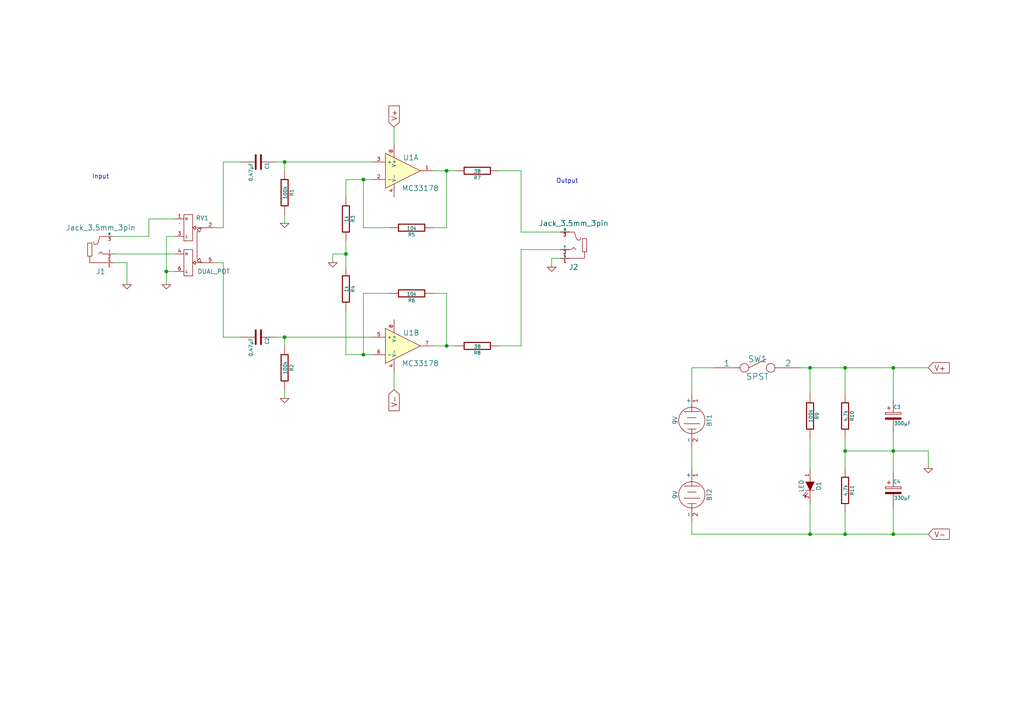
<source format=kicad_sch>
(kicad_sch (version 20211123) (generator eeschema)
  (paper "A4")
  (title_block (title "cmoy kicad layout by designer2k2") (date "Montag, 30. März 2015") (rev "0.1") (company "http://www.designer2k2.at"))
  (lib_symbols
    (symbol "d2k2_cmoy-rescue:BATTERY" (pin_names (offset 0))
      (property "Reference" "BT" (at 0 5.08 0))
      (property "Value" "BATTERY" (at 0 -4.826 0))
      (symbol "BATTERY_0_1"
        (polyline (pts (xy -2.54 0) (xy -3.81 0)))
        (polyline (pts (xy -2.54 2.286) (xy -2.54 -2.2606)) (stroke (width 0.1524)))
        (polyline (pts (xy -0.7874 1.27) (xy -0.7874 -1.27)) (stroke (width 0.1524)))
        (polyline (pts (xy 0.9906 2.286) (xy 0.9906 -2.2606)) (stroke (width 0.1524)))
        (polyline (pts (xy 2.54 0) (xy 3.81 0)))
        (polyline (pts (xy 2.54 1.27) (xy 2.54 -1.27)) (stroke (width 0.1524)))
        (circle (center 0 0) (radius 3.81) (stroke (width 0.1524)))
      )
      (symbol "BATTERY_1_1"
        (pin passive line (at -7.62 0 0) (length 3.81) (name "+") (number "1"))
        (pin passive line (at 7.62 0 180) (length 3.81) (name "-") (number "2"))
      )
    )
    (symbol "d2k2_cmoy-rescue:C" (pin_numbers hide) (pin_names (offset 0.254))
      (property "Reference" "C" (at 0 2.54 0))
      (property "Value" "C" (at 0.1524 -2.159 0))
      (symbol "C_0_1"
        (polyline (pts (xy -2.032 -0.762) (xy 2.032 -0.762)) (stroke (width 0.508)))
        (polyline (pts (xy -2.032 0.762) (xy 2.032 0.762)) (stroke (width 0.508)))
      )
      (symbol "C_1_1"
        (pin passive line (at 0 5.08 270) (length 4.318) (name "~") (number "1"))
        (pin passive line (at 0 -5.08 90) (length 4.318) (name "~") (number "2"))
      )
    )
    (symbol "d2k2_cmoy-rescue:CP2" (pin_numbers hide) (pin_names (offset 0.254))
      (property "Reference" "C" (at 0 2.54 0))
      (property "Value" "CP2" (at 0.1524 -2.159 0))
      (symbol "CP2_0_1"
        (rectangle (start -2.286 0.508) (end -2.286 1.016))
        (rectangle (start -2.286 0.508) (end 2.286 0.508))
        (rectangle (start -1.778 2.286) (end -0.762 2.286))
        (rectangle (start -1.27 1.778) (end -1.27 2.794))
        (rectangle (start 2.286 -0.508) (end -2.286 -1.016) (fill (type outline)))
        (rectangle (start 2.286 1.016) (end -2.286 1.016))
        (rectangle (start 2.286 1.016) (end 2.286 0.508))
      )
      (symbol "CP2_1_1"
        (pin passive line (at 0 5.08 270) (length 4.064) (name "~") (number "1"))
        (pin passive line (at 0 -5.08 90) (length 4.064) (name "~") (number "2"))
      )
    )
    (symbol "d2k2_cmoy-rescue:DUAL_POT" (pin_names (offset 1.016) hide)
      (property "Reference" "RV" (at 4.064 7.874 0))
      (property "Value" "DUAL_POT" (at 7.366 -7.62 0))
      (symbol "DUAL_POT_0_0"
        (text "H" (at -0.508 -2.54 0) (effects (font (size 0.762 0.762))))
        (text "H" (at -0.508 7.62 0) (effects (font (size 0.762 0.762))))
        (text "L" (at -0.508 -7.62 0) (effects (font (size 0.762 0.762))))
        (text "L" (at -0.508 2.54 0) (effects (font (size 0.762 0.762))))
      )
      (symbol "DUAL_POT_0_1"
        (rectangle (start -2.54 6.35) (end -2.54 6.35))
        (rectangle (start -2.54 6.35) (end -2.54 6.35))
        (rectangle (start -2.54 6.35) (end -2.54 6.35))
        (rectangle (start -2.54 6.35) (end -2.54 6.35))
        (rectangle (start -1.27 -1.27) (end 1.27 -8.89))
        (rectangle (start -1.27 8.89) (end 1.27 1.27))
        (polyline (pts (xy 5.08 5.08) (xy 2.032 5.08) (xy 2.032 5.08) (xy 2.032 5.08)))
        (polyline (pts (xy 2.032 -5.588) (xy 2.032 -4.572) (xy 1.27 -5.08) (xy 2.032 -5.588) (xy 2.032 -5.588)))
        (polyline (pts (xy 3.81 -5.08) (xy 2.54 -4.572) (xy 3.302 -3.81) (xy 3.81 -5.08) (xy 3.81 -5.08)))
        (polyline (pts (xy 5.08 -5.08) (xy 2.032 -5.08) (xy 2.032 -5.08) (xy 2.032 -5.08) (xy 2.032 -5.08)))
        (polyline (pts (xy 2.032 4.572) (xy 2.032 5.588) (xy 1.27 5.08) (xy 2.032 4.572) (xy 2.032 4.572) (xy 2.032 4.572)))
        (polyline (pts (xy 2.794 4.064) (xy 2.54 3.81) (xy 2.54 -3.81) (xy 2.794 -4.064) (xy 2.794 -4.064) (xy 2.794 -4.064)))
        (polyline (pts (xy 3.81 5.08) (xy 2.54 4.572) (xy 3.302 3.81) (xy 3.81 5.08) (xy 3.81 5.08) (xy 3.81 5.08)))
      )
      (symbol "DUAL_POT_1_1"
        (pin passive line (at -3.81 7.62 0) (length 2.54) (name "1") (number "1"))
        (pin passive line (at 7.62 5.08 180) (length 2.54) (name "2") (number "2"))
        (pin passive line (at -3.81 2.54 0) (length 2.54) (name "3") (number "3"))
        (pin passive line (at -3.81 -2.54 0) (length 2.54) (name "~") (number "4"))
        (pin passive line (at 7.62 -5.08 180) (length 2.54) (name "~") (number "5"))
        (pin passive line (at -3.81 -7.62 0) (length 2.54) (name "~") (number "6"))
      )
    )
    (symbol "d2k2_cmoy-rescue:GND" (power) (pin_names (offset 0))
      (symbol "GND_0_1"
        (polyline (pts (xy -1.27 0) (xy 0 -1.27) (xy 1.27 0) (xy -1.27 0)))
      )
      (symbol "GND_1_1"
        (pin power_in line (at 0 0 90) (length 0) hide (name "GND") (number "1"))
      )
    )
    (symbol "d2k2_cmoy-rescue:Jack_3.5mm_3pin" (pin_names (offset 0))
      (property "Reference" "J" (at 0 6.35 0))
      (property "Value" "Jack_3.5mm_3pin" (at 0 -6.35 0))
      (symbol "Jack_3.5mm_3pin_0_1"
        (polyline (pts (xy -1.27 3.81) (xy 3.175 3.81) (xy 3.175 1.905)))
        (polyline (pts (xy 0.762 -2.032) (xy 0.254 -3.81) (xy -1.27 -3.81)))
        (polyline (pts (xy -1.27 1.27) (xy -0.635 1.27) (xy 0 0.635) (xy 0.635 1.27)))
        (arc (start 1.778 -1.524) (mid 1.1479 -1.5338) (end 0.762 -2.032))
        (arc (start 2.032 -2.286) (mid 1.9875 -1.8775) (end 1.778 -1.524))
        (rectangle (start 2.54 1.905) (end 3.81 -1.905))
      )
      (symbol "Jack_3.5mm_3pin_1_1"
        (pin passive line (at -3.81 3.81 0) (length 2.54) (name "S") (number "1"))
        (pin passive line (at -3.81 1.27 0) (length 2.54) (name "T") (number "2"))
        (pin passive line (at -3.81 -3.81 0) (length 2.54) (name "R") (number "3"))
      )
    )
    (symbol "d2k2_cmoy-rescue:LED" (pin_names (offset 1.016) hide)
      (property "Reference" "D" (at 0 2.54 0))
      (property "Value" "LED" (at 0 -2.54 0))
      (symbol "LED_0_1"
        (polyline (pts (xy 1.27 1.27) (xy 1.27 -1.27)))
        (polyline (pts (xy -1.27 1.27) (xy 1.27 0) (xy -1.27 -1.27)) (fill (type outline)))
        (polyline (pts (xy 1.651 -1.016) (xy 2.794 -2.032) (xy 2.667 -1.397)))
        (polyline (pts (xy 2.032 -0.635) (xy 3.175 -1.651) (xy 3.048 -1.016)))
      )
      (symbol "LED_1_1"
        (pin passive line (at -5.08 0 0) (length 3.81) (name "A") (number "1"))
        (pin passive line (at 5.08 0 180) (length 3.81) (name "K") (number "2"))
      )
    )
    (symbol "d2k2_cmoy-rescue:MC33178"
      (property "Reference" "U" (at 0 3.81 0))
      (property "Value" "MC33178" (at 5.08 -5.08 0))
      (symbol "MC33178_0_1"
        (polyline (pts (xy -5.08 5.08) (xy 5.08 0) (xy -5.08 -5.08) (xy -5.08 5.08)) (stroke (width 0.1524)) (fill (type background)))
        (pin power_in line (at -2.54 -7.62 90) (length 3.81) (name "V-") (number "4"))
        (pin power_in line (at -2.54 7.62 270) (length 3.81) (name "V+") (number "8"))
      )
      (symbol "MC33178_1_1"
        (pin output line (at 8.89 0 180) (length 3.81) (name "~") (number "1"))
        (pin input line (at -8.89 -2.54 0) (length 3.81) (name "-") (number "2"))
        (pin input line (at -8.89 2.54 0) (length 3.81) (name "+") (number "3"))
      )
      (symbol "MC33178_2_1"
        (pin input line (at -8.89 2.54 0) (length 3.81) (name "+") (number "5"))
        (pin input line (at -8.89 -2.54 0) (length 3.81) (name "-") (number "6"))
        (pin output line (at 8.89 0 180) (length 3.81) (name "~") (number "7"))
      )
    )
    (symbol "d2k2_cmoy-rescue:R" (pin_numbers hide) (pin_names (offset 0))
      (property "Reference" "R" (at 2.032 0 90))
      (property "Value" "R" (at 0.1778 0.0254 90))
      (symbol "R_0_1"
        (rectangle (start -1.016 3.81) (end 1.016 -3.81) (stroke (width 0.3048)))
      )
      (symbol "R_1_1"
        (pin passive line (at 0 6.35 270) (length 2.54) (name "~") (number "1"))
        (pin passive line (at 0 -6.35 90) (length 2.54) (name "~") (number "2"))
      )
    )
    (symbol "d2k2_cmoy-rescue:SPST" (pin_numbers hide) (pin_names (offset 0))
      (property "Reference" "SW" (at 0 2.54 0))
      (property "Value" "SPST" (at 0 -2.54 0))
      (symbol "SPST_0_0"
        (circle (center -3.81 0) (radius 1.27))
        (polyline (pts (xy -2.54 0) (xy 2.54 2.54)))
        (circle (center 3.81 0) (radius 1.27))
      )
      (symbol "SPST_1_1"
        (pin input line (at -12.7 0 0) (length 7.62) (name "1") (number "1"))
        (pin input line (at 12.7 0 180) (length 7.62) (name "2") (number "2"))
      )
    )
  )
  (junction (at 234.95 106.68))
  (junction (at 82.55 46.99))
  (junction (at 48.26 78.74))
  (junction (at 105.41 102.87))
  (junction (at 129.54 49.53))
  (junction (at 129.54 100.33))
  (junction (at 82.55 97.79))
  (junction (at 100.33 73.66))
  (junction (at 259.08 106.68))
  (junction (at 259.08 130.81))
  (junction (at 259.08 154.94))
  (junction (at 245.11 106.68))
  (junction (at 245.11 130.81))
  (junction (at 245.11 154.94))
  (junction (at 234.95 154.94))
  (junction (at 105.41 52.07))
  (wire (pts (xy 105.41 66.04) (xy 105.41 52.07)))
  (wire (pts (xy 105.41 102.87) (xy 100.33 102.87)))
  (wire (pts (xy 105.41 85.09) (xy 105.41 102.87)))
  (wire (pts (xy 107.95 102.87) (xy 105.41 102.87)))
  (wire (pts (xy 62.23 66.04) (xy 64.77 66.04)))
  (wire (pts (xy 234.95 114.3) (xy 234.95 106.68)))
  (wire (pts (xy 43.18 63.5) (xy 43.18 68.58)))
  (wire (pts (xy 43.18 63.5) (xy 50.8 63.5)))
  (wire (pts (xy 48.26 68.58) (xy 50.8 68.58)))
  (wire (pts (xy 259.08 125.73) (xy 259.08 130.81)))
  (wire (pts (xy 162.56 74.93) (xy 160.02 74.93)))
  (wire (pts (xy 113.03 66.04) (xy 105.41 66.04)))
  (wire (pts (xy 100.33 73.66) (xy 100.33 69.85)))
  (wire (pts (xy 245.11 127) (xy 245.11 130.81)))
  (wire (pts (xy 245.11 154.94) (xy 259.08 154.94)))
  (wire (pts (xy 80.01 97.79) (xy 82.55 97.79)))
  (wire (pts (xy 269.24 130.81) (xy 269.24 135.89)))
  (wire (pts (xy 259.08 154.94) (xy 269.24 154.94)))
  (wire (pts (xy 259.08 154.94) (xy 259.08 147.32)))
  (wire (pts (xy 48.26 68.58) (xy 48.26 78.74)))
  (wire (pts (xy 100.33 102.87) (xy 100.33 90.17)))
  (wire (pts (xy 100.33 52.07) (xy 105.41 52.07)))
  (wire (pts (xy 105.41 52.07) (xy 107.95 52.07)))
  (wire (pts (xy 245.11 106.68) (xy 259.08 106.68)))
  (wire (pts (xy 96.52 76.2) (xy 96.52 73.66)))
  (wire (pts (xy 151.13 49.53) (xy 144.78 49.53)))
  (wire (pts (xy 151.13 67.31) (xy 162.56 67.31)))
  (wire (pts (xy 82.55 46.99) (xy 82.55 49.53)))
  (wire (pts (xy 82.55 64.77) (xy 82.55 62.23)))
  (wire (pts (xy 259.08 106.68) (xy 269.24 106.68)))
  (wire (pts (xy 259.08 130.81) (xy 259.08 137.16)))
  (wire (pts (xy 125.73 85.09) (xy 129.54 85.09)))
  (wire (pts (xy 234.95 146.05) (xy 234.95 154.94)))
  (wire (pts (xy 129.54 66.04) (xy 129.54 49.53)))
  (wire (pts (xy 43.18 68.58) (xy 33.02 68.58)))
  (wire (pts (xy 162.56 72.39) (xy 151.13 72.39)))
  (wire (pts (xy 33.02 73.66) (xy 50.8 73.66)))
  (wire (pts (xy 82.55 46.99) (xy 107.95 46.99)))
  (wire (pts (xy 100.33 52.07) (xy 100.33 57.15)))
  (wire (pts (xy 64.77 66.04) (xy 64.77 46.99)))
  (wire (pts (xy 82.55 115.57) (xy 82.55 113.03)))
  (wire (pts (xy 82.55 97.79) (xy 107.95 97.79)))
  (wire (pts (xy 200.66 154.94) (xy 200.66 151.13)))
  (wire (pts (xy 129.54 100.33) (xy 132.08 100.33)))
  (wire (pts (xy 200.66 129.54) (xy 200.66 135.89)))
  (wire (pts (xy 64.77 76.2) (xy 62.23 76.2)))
  (wire (pts (xy 64.77 97.79) (xy 64.77 76.2)))
  (wire (pts (xy 113.03 85.09) (xy 105.41 85.09)))
  (wire (pts (xy 48.26 78.74) (xy 48.26 82.55)))
  (wire (pts (xy 151.13 72.39) (xy 151.13 100.33)))
  (wire (pts (xy 234.95 154.94) (xy 245.11 154.94)))
  (wire (pts (xy 245.11 106.68) (xy 245.11 114.3)))
  (wire (pts (xy 259.08 130.81) (xy 269.24 130.81)))
  (wire (pts (xy 82.55 97.79) (xy 82.55 100.33)))
  (wire (pts (xy 151.13 49.53) (xy 151.13 67.31)))
  (wire (pts (xy 200.66 114.3) (xy 200.66 106.68)))
  (wire (pts (xy 234.95 135.89) (xy 234.95 127)))
  (wire (pts (xy 114.3 36.83) (xy 114.3 41.91)))
  (wire (pts (xy 69.85 97.79) (xy 64.77 97.79)))
  (wire (pts (xy 80.01 46.99) (xy 82.55 46.99)))
  (wire (pts (xy 151.13 100.33) (xy 144.78 100.33)))
  (wire (pts (xy 48.26 78.74) (xy 50.8 78.74)))
  (wire (pts (xy 200.66 154.94) (xy 234.95 154.94)))
  (wire (pts (xy 259.08 106.68) (xy 259.08 115.57)))
  (wire (pts (xy 96.52 73.66) (xy 100.33 73.66)))
  (wire (pts (xy 160.02 74.93) (xy 160.02 77.47)))
  (wire (pts (xy 245.11 130.81) (xy 259.08 130.81)))
  (wire (pts (xy 125.73 49.53) (xy 129.54 49.53)))
  (wire (pts (xy 245.11 130.81) (xy 245.11 135.89)))
  (wire (pts (xy 129.54 85.09) (xy 129.54 100.33)))
  (wire (pts (xy 64.77 46.99) (xy 69.85 46.99)))
  (wire (pts (xy 245.11 148.59) (xy 245.11 154.94)))
  (wire (pts (xy 232.41 106.68) (xy 234.95 106.68)))
  (wire (pts (xy 36.83 82.55) (xy 36.83 76.2)))
  (wire (pts (xy 125.73 66.04) (xy 129.54 66.04)))
  (wire (pts (xy 129.54 49.53) (xy 132.08 49.53)))
  (wire (pts (xy 36.83 76.2) (xy 33.02 76.2)))
  (wire (pts (xy 200.66 106.68) (xy 207.01 106.68)))
  (wire (pts (xy 100.33 77.47) (xy 100.33 73.66)))
  (wire (pts (xy 125.73 100.33) (xy 129.54 100.33)))
  (wire (pts (xy 234.95 106.68) (xy 245.11 106.68)))
  (wire (pts (xy 114.3 113.03) (xy 114.3 107.95)))
  (text "Input" (at 26.67 52.07 0) (effects (font (size 1.27 1.27)) (justify left bottom)))
  (text "Output" (at 161.29 53.34 0) (effects (font (size 1.27 1.27)) (justify left bottom)))
  (global_label "V+" (shape input) (at 114.3 36.83 90) (effects (font (size 1.524 1.524))) (property "Intersheet References" "${INTERSHEET_REFS}" (effects hide)))
  (global_label "V+" (shape input) (at 269.24 106.68 0) (effects (font (size 1.524 1.524))) (property "Intersheet References" "${INTERSHEET_REFS}" (effects hide)))
  (global_label "V-" (shape input) (at 114.3 113.03 270) (effects (font (size 1.524 1.524))) (property "Intersheet References" "${INTERSHEET_REFS}" (effects hide)))
  (global_label "V-" (shape input) (at 269.24 154.94 0) (effects (font (size 1.524 1.524))) (property "Intersheet References" "${INTERSHEET_REFS}" (effects hide)))
  (symbol (lib_id "d2k2_cmoy-rescue:BATTERY") (at 200.66 121.92 270) (unit 1)
    (property "Reference" "BT1" (at 205.74 121.92 0))
    (property "Value" "9V" (at 195.834 121.92 0))
  )
  (symbol (lib_id "d2k2_cmoy-rescue:BATTERY") (at 200.66 143.51 270) (unit 1)
    (property "Reference" "BT2" (at 205.74 143.51 0))
    (property "Value" "9V" (at 195.834 143.51 0))
  )
  (symbol (lib_id "d2k2_cmoy-rescue:SPST") (at 219.71 106.68 0) (unit 1)
    (property "Reference" "SW1" (at 219.71 104.14 0) (effects (font (size 1.778 1.778))))
    (property "Value" "SPST" (at 219.71 109.22 0) (effects (font (size 1.778 1.778))))
  )
  (symbol (lib_id "d2k2_cmoy-rescue:MC33178") (at 116.84 49.53 0) (unit 1)
    (property "Reference" "U1" (at 116.84 45.72 0) (effects (font (size 1.524 1.524)) (justify left)))
    (property "Value" "MC33178" (at 121.92 54.61 0) (effects (font (size 1.524 1.524))))
  )
  (symbol (lib_id "d2k2_cmoy-rescue:MC33178") (at 116.84 100.33 0) (unit 2)
    (property "Reference" "U1" (at 116.84 96.52 0) (effects (font (size 1.524 1.524)) (justify left)))
    (property "Value" "MC33178" (at 121.92 105.41 0) (effects (font (size 1.524 1.524))))
  )
  (symbol (lib_id "d2k2_cmoy-rescue:DUAL_POT") (at 54.61 71.12 0) (unit 1)
    (property "Reference" "RV1" (at 58.674 63.246 0))
    (property "Value" "DUAL_POT" (at 61.976 78.74 0))
  )
  (symbol (lib_id "d2k2_cmoy-rescue:Jack_3.5mm_3pin") (at 166.37 71.12 0) (mirror x) (unit 1)
    (property "Reference" "J2" (at 166.37 77.47 0) (effects (font (size 1.524 1.524))))
    (property "Value" "Jack_3.5mm_3pin" (at 166.37 64.77 0) (effects (font (size 1.524 1.524))))
  )
  (symbol (lib_id "d2k2_cmoy-rescue:Jack_3.5mm_3pin") (at 29.21 72.39 180) (unit 1)
    (property "Reference" "J1" (at 29.21 78.74 0) (effects (font (size 1.524 1.524))))
    (property "Value" "Jack_3.5mm_3pin" (at 29.21 66.04 0) (effects (font (size 1.524 1.524))))
  )
  (symbol (lib_id "d2k2_cmoy-rescue:GND") (at 36.83 82.55 0) (unit 1)
    (property "Reference" "#PWR01" (effects hide))
    (property "Value" "GND" (effects hide))
  )
  (symbol (lib_id "d2k2_cmoy-rescue:GND") (at 48.26 82.55 0) (unit 1)
    (property "Reference" "#PWR02" (effects hide))
    (property "Value" "GND" (effects hide))
  )
  (symbol (lib_id "d2k2_cmoy-rescue:C") (at 74.93 46.99 270) (unit 1)
    (property "Reference" "C1" (at 77.47 46.99 0) (effects (font (size 1.016 1.016)) (justify left)))
    (property "Value" "0.47µF" (at 72.771 47.1424 0) (effects (font (size 1.016 1.016)) (justify left)))
  )
  (symbol (lib_id "d2k2_cmoy-rescue:C") (at 74.93 97.79 270) (unit 1)
    (property "Reference" "C2" (at 77.47 97.79 0) (effects (font (size 1.016 1.016)) (justify left)))
    (property "Value" "0.47µF" (at 72.771 97.9424 0) (effects (font (size 1.016 1.016)) (justify left)))
  )
  (symbol (lib_id "d2k2_cmoy-rescue:R") (at 82.55 55.88 0) (unit 1)
    (property "Reference" "R1" (at 84.582 55.88 90) (effects (font (size 1.016 1.016))))
    (property "Value" "100k" (at 82.7278 55.8546 90) (effects (font (size 1.016 1.016))))
  )
  (symbol (lib_id "d2k2_cmoy-rescue:R") (at 82.55 106.68 0) (unit 1)
    (property "Reference" "R2" (at 84.582 106.68 90) (effects (font (size 1.016 1.016))))
    (property "Value" "100k" (at 82.7278 106.6546 90) (effects (font (size 1.016 1.016))))
  )
  (symbol (lib_id "d2k2_cmoy-rescue:R") (at 138.43 49.53 270) (unit 1)
    (property "Reference" "R7" (at 138.43 51.562 90) (effects (font (size 1.016 1.016))))
    (property "Value" "38" (at 138.4554 49.7078 90) (effects (font (size 1.016 1.016))))
  )
  (symbol (lib_id "d2k2_cmoy-rescue:R") (at 138.43 100.33 270) (unit 1)
    (property "Reference" "R8" (at 138.43 102.362 90) (effects (font (size 1.016 1.016))))
    (property "Value" "38" (at 138.4554 100.5078 90) (effects (font (size 1.016 1.016))))
  )
  (symbol (lib_id "d2k2_cmoy-rescue:R") (at 100.33 63.5 0) (unit 1)
    (property "Reference" "R3" (at 102.362 63.5 90) (effects (font (size 1.016 1.016))))
    (property "Value" "1k" (at 100.5078 63.4746 90) (effects (font (size 1.016 1.016))))
  )
  (symbol (lib_id "d2k2_cmoy-rescue:R") (at 100.33 83.82 0) (unit 1)
    (property "Reference" "R4" (at 102.362 83.82 90) (effects (font (size 1.016 1.016))))
    (property "Value" "1k" (at 100.5078 83.7946 90) (effects (font (size 1.016 1.016))))
  )
  (symbol (lib_id "d2k2_cmoy-rescue:R") (at 119.38 66.04 270) (unit 1)
    (property "Reference" "R5" (at 119.38 68.072 90) (effects (font (size 1.016 1.016))))
    (property "Value" "10k" (at 119.4054 66.2178 90) (effects (font (size 1.016 1.016))))
  )
  (symbol (lib_id "d2k2_cmoy-rescue:R") (at 119.38 85.09 270) (unit 1)
    (property "Reference" "R6" (at 119.38 87.122 90) (effects (font (size 1.016 1.016))))
    (property "Value" "10k" (at 119.4054 85.2678 90) (effects (font (size 1.016 1.016))))
  )
  (symbol (lib_id "d2k2_cmoy-rescue:R") (at 234.95 120.65 0) (unit 1)
    (property "Reference" "R9" (at 236.982 120.65 90) (effects (font (size 1.016 1.016))))
    (property "Value" "100k" (at 235.1278 120.6246 90) (effects (font (size 1.016 1.016))))
  )
  (symbol (lib_id "d2k2_cmoy-rescue:LED") (at 234.95 140.97 270) (unit 1)
    (property "Reference" "D1" (at 237.49 140.97 0))
    (property "Value" "LED" (at 232.41 140.97 0))
  )
  (symbol (lib_id "d2k2_cmoy-rescue:GND") (at 82.55 64.77 0) (unit 1)
    (property "Reference" "#PWR03" (effects hide))
    (property "Value" "GND" (effects hide))
  )
  (symbol (lib_id "d2k2_cmoy-rescue:GND") (at 82.55 115.57 0) (unit 1)
    (property "Reference" "#PWR04" (effects hide))
    (property "Value" "GND" (effects hide))
  )
  (symbol (lib_id "d2k2_cmoy-rescue:GND") (at 96.52 76.2 0) (unit 1)
    (property "Reference" "#PWR05" (effects hide))
    (property "Value" "GND" (effects hide))
  )
  (symbol (lib_id "d2k2_cmoy-rescue:R") (at 245.11 120.65 0) (unit 1)
    (property "Reference" "R10" (at 247.142 120.65 90) (effects (font (size 1.016 1.016))))
    (property "Value" "4.7k" (at 245.2878 120.6246 90) (effects (font (size 1.016 1.016))))
  )
  (symbol (lib_id "d2k2_cmoy-rescue:R") (at 245.11 142.24 0) (unit 1)
    (property "Reference" "R11" (at 247.142 142.24 90) (effects (font (size 1.016 1.016))))
    (property "Value" "4.7k" (at 245.2878 142.2146 90) (effects (font (size 1.016 1.016))))
  )
  (symbol (lib_id "d2k2_cmoy-rescue:CP2") (at 259.08 120.65 0) (unit 1)
    (property "Reference" "C3" (at 259.08 118.11 0) (effects (font (size 1.016 1.016)) (justify left)))
    (property "Value" "300µF" (at 259.2324 122.809 0) (effects (font (size 1.016 1.016)) (justify left)))
  )
  (symbol (lib_id "d2k2_cmoy-rescue:CP2") (at 259.08 142.24 0) (unit 1)
    (property "Reference" "C4" (at 259.08 139.7 0) (effects (font (size 1.016 1.016)) (justify left)))
    (property "Value" "330µF" (at 259.2324 144.399 0) (effects (font (size 1.016 1.016)) (justify left)))
  )
  (symbol (lib_id "d2k2_cmoy-rescue:GND") (at 269.24 135.89 0) (unit 1)
    (property "Reference" "#PWR06" (effects hide))
    (property "Value" "GND" (effects hide))
  )
  (symbol (lib_id "d2k2_cmoy-rescue:GND") (at 160.02 77.47 0) (unit 1)
    (property "Reference" "#PWR07" (effects hide))
    (property "Value" "GND" (effects hide))
  )
)
</source>
